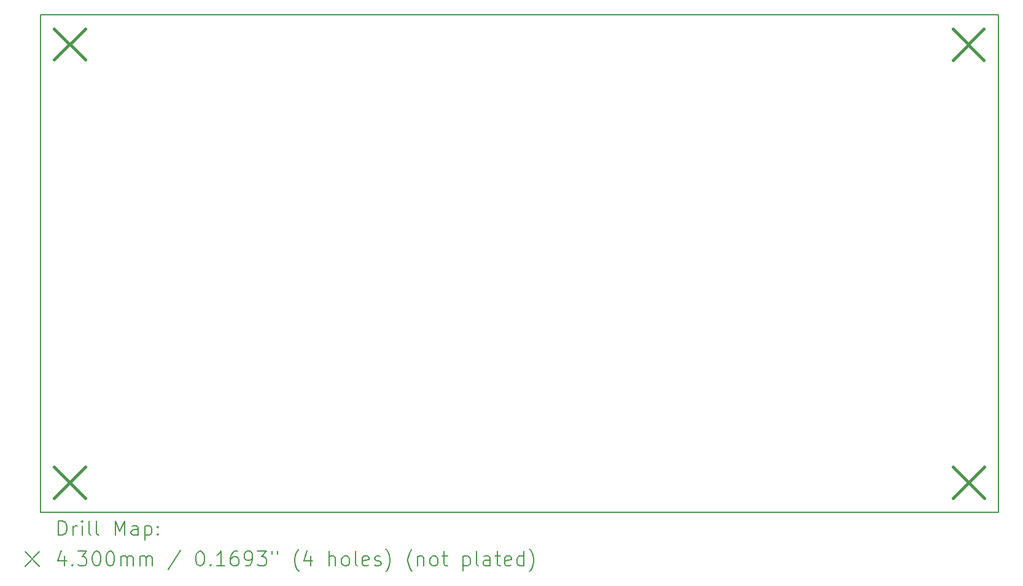
<source format=gbr>
%TF.GenerationSoftware,KiCad,Pcbnew,7.0.8*%
%TF.CreationDate,2023-10-28T10:27:09+02:00*%
%TF.ProjectId,Noise Toaster PCB,4e6f6973-6520-4546-9f61-737465722050,0.6*%
%TF.SameCoordinates,PX47c8b58PY892ee58*%
%TF.FileFunction,Drillmap*%
%TF.FilePolarity,Positive*%
%FSLAX45Y45*%
G04 Gerber Fmt 4.5, Leading zero omitted, Abs format (unit mm)*
G04 Created by KiCad (PCBNEW 7.0.8) date 2023-10-28 10:27:09*
%MOMM*%
%LPD*%
G01*
G04 APERTURE LIST*
%ADD10C,0.200000*%
%ADD11C,0.430000*%
G04 APERTURE END LIST*
D10*
X0Y6858000D02*
X13208000Y6858000D01*
X13208000Y0D01*
X0Y0D01*
X0Y6858000D01*
D11*
X193000Y6663000D02*
X623000Y6233000D01*
X623000Y6663000D02*
X193000Y6233000D01*
X193000Y623000D02*
X623000Y193000D01*
X623000Y623000D02*
X193000Y193000D01*
X12581000Y6659500D02*
X13011000Y6229500D01*
X13011000Y6659500D02*
X12581000Y6229500D01*
X12586080Y621920D02*
X13016080Y191920D01*
X13016080Y621920D02*
X12586080Y191920D01*
D10*
X250777Y-321484D02*
X250777Y-121484D01*
X250777Y-121484D02*
X298396Y-121484D01*
X298396Y-121484D02*
X326967Y-131008D01*
X326967Y-131008D02*
X346015Y-150055D01*
X346015Y-150055D02*
X355539Y-169103D01*
X355539Y-169103D02*
X365062Y-207198D01*
X365062Y-207198D02*
X365062Y-235769D01*
X365062Y-235769D02*
X355539Y-273865D01*
X355539Y-273865D02*
X346015Y-292912D01*
X346015Y-292912D02*
X326967Y-311960D01*
X326967Y-311960D02*
X298396Y-321484D01*
X298396Y-321484D02*
X250777Y-321484D01*
X450777Y-321484D02*
X450777Y-188150D01*
X450777Y-226246D02*
X460301Y-207198D01*
X460301Y-207198D02*
X469824Y-197674D01*
X469824Y-197674D02*
X488872Y-188150D01*
X488872Y-188150D02*
X507920Y-188150D01*
X574586Y-321484D02*
X574586Y-188150D01*
X574586Y-121484D02*
X565063Y-131008D01*
X565063Y-131008D02*
X574586Y-140531D01*
X574586Y-140531D02*
X584110Y-131008D01*
X584110Y-131008D02*
X574586Y-121484D01*
X574586Y-121484D02*
X574586Y-140531D01*
X698396Y-321484D02*
X679348Y-311960D01*
X679348Y-311960D02*
X669824Y-292912D01*
X669824Y-292912D02*
X669824Y-121484D01*
X803158Y-321484D02*
X784110Y-311960D01*
X784110Y-311960D02*
X774586Y-292912D01*
X774586Y-292912D02*
X774586Y-121484D01*
X1031729Y-321484D02*
X1031729Y-121484D01*
X1031729Y-121484D02*
X1098396Y-264341D01*
X1098396Y-264341D02*
X1165063Y-121484D01*
X1165063Y-121484D02*
X1165063Y-321484D01*
X1346015Y-321484D02*
X1346015Y-216722D01*
X1346015Y-216722D02*
X1336491Y-197674D01*
X1336491Y-197674D02*
X1317444Y-188150D01*
X1317444Y-188150D02*
X1279348Y-188150D01*
X1279348Y-188150D02*
X1260301Y-197674D01*
X1346015Y-311960D02*
X1326967Y-321484D01*
X1326967Y-321484D02*
X1279348Y-321484D01*
X1279348Y-321484D02*
X1260301Y-311960D01*
X1260301Y-311960D02*
X1250777Y-292912D01*
X1250777Y-292912D02*
X1250777Y-273865D01*
X1250777Y-273865D02*
X1260301Y-254817D01*
X1260301Y-254817D02*
X1279348Y-245293D01*
X1279348Y-245293D02*
X1326967Y-245293D01*
X1326967Y-245293D02*
X1346015Y-235769D01*
X1441253Y-188150D02*
X1441253Y-388150D01*
X1441253Y-197674D02*
X1460301Y-188150D01*
X1460301Y-188150D02*
X1498396Y-188150D01*
X1498396Y-188150D02*
X1517443Y-197674D01*
X1517443Y-197674D02*
X1526967Y-207198D01*
X1526967Y-207198D02*
X1536491Y-226246D01*
X1536491Y-226246D02*
X1536491Y-283389D01*
X1536491Y-283389D02*
X1526967Y-302436D01*
X1526967Y-302436D02*
X1517443Y-311960D01*
X1517443Y-311960D02*
X1498396Y-321484D01*
X1498396Y-321484D02*
X1460301Y-321484D01*
X1460301Y-321484D02*
X1441253Y-311960D01*
X1622205Y-302436D02*
X1631729Y-311960D01*
X1631729Y-311960D02*
X1622205Y-321484D01*
X1622205Y-321484D02*
X1612682Y-311960D01*
X1612682Y-311960D02*
X1622205Y-302436D01*
X1622205Y-302436D02*
X1622205Y-321484D01*
X1622205Y-197674D02*
X1631729Y-207198D01*
X1631729Y-207198D02*
X1622205Y-216722D01*
X1622205Y-216722D02*
X1612682Y-207198D01*
X1612682Y-207198D02*
X1622205Y-197674D01*
X1622205Y-197674D02*
X1622205Y-216722D01*
X-210000Y-550000D02*
X-10000Y-750000D01*
X-10000Y-550000D02*
X-210000Y-750000D01*
X336491Y-608150D02*
X336491Y-741484D01*
X288872Y-531960D02*
X241253Y-674817D01*
X241253Y-674817D02*
X365062Y-674817D01*
X441253Y-722436D02*
X450777Y-731960D01*
X450777Y-731960D02*
X441253Y-741484D01*
X441253Y-741484D02*
X431729Y-731960D01*
X431729Y-731960D02*
X441253Y-722436D01*
X441253Y-722436D02*
X441253Y-741484D01*
X517443Y-541484D02*
X641253Y-541484D01*
X641253Y-541484D02*
X574586Y-617674D01*
X574586Y-617674D02*
X603158Y-617674D01*
X603158Y-617674D02*
X622205Y-627198D01*
X622205Y-627198D02*
X631729Y-636722D01*
X631729Y-636722D02*
X641253Y-655770D01*
X641253Y-655770D02*
X641253Y-703388D01*
X641253Y-703388D02*
X631729Y-722436D01*
X631729Y-722436D02*
X622205Y-731960D01*
X622205Y-731960D02*
X603158Y-741484D01*
X603158Y-741484D02*
X546015Y-741484D01*
X546015Y-741484D02*
X526967Y-731960D01*
X526967Y-731960D02*
X517443Y-722436D01*
X765062Y-541484D02*
X784110Y-541484D01*
X784110Y-541484D02*
X803158Y-551008D01*
X803158Y-551008D02*
X812682Y-560531D01*
X812682Y-560531D02*
X822205Y-579579D01*
X822205Y-579579D02*
X831729Y-617674D01*
X831729Y-617674D02*
X831729Y-665293D01*
X831729Y-665293D02*
X822205Y-703388D01*
X822205Y-703388D02*
X812682Y-722436D01*
X812682Y-722436D02*
X803158Y-731960D01*
X803158Y-731960D02*
X784110Y-741484D01*
X784110Y-741484D02*
X765062Y-741484D01*
X765062Y-741484D02*
X746015Y-731960D01*
X746015Y-731960D02*
X736491Y-722436D01*
X736491Y-722436D02*
X726967Y-703388D01*
X726967Y-703388D02*
X717443Y-665293D01*
X717443Y-665293D02*
X717443Y-617674D01*
X717443Y-617674D02*
X726967Y-579579D01*
X726967Y-579579D02*
X736491Y-560531D01*
X736491Y-560531D02*
X746015Y-551008D01*
X746015Y-551008D02*
X765062Y-541484D01*
X955539Y-541484D02*
X974586Y-541484D01*
X974586Y-541484D02*
X993634Y-551008D01*
X993634Y-551008D02*
X1003158Y-560531D01*
X1003158Y-560531D02*
X1012682Y-579579D01*
X1012682Y-579579D02*
X1022205Y-617674D01*
X1022205Y-617674D02*
X1022205Y-665293D01*
X1022205Y-665293D02*
X1012682Y-703388D01*
X1012682Y-703388D02*
X1003158Y-722436D01*
X1003158Y-722436D02*
X993634Y-731960D01*
X993634Y-731960D02*
X974586Y-741484D01*
X974586Y-741484D02*
X955539Y-741484D01*
X955539Y-741484D02*
X936491Y-731960D01*
X936491Y-731960D02*
X926967Y-722436D01*
X926967Y-722436D02*
X917443Y-703388D01*
X917443Y-703388D02*
X907920Y-665293D01*
X907920Y-665293D02*
X907920Y-617674D01*
X907920Y-617674D02*
X917443Y-579579D01*
X917443Y-579579D02*
X926967Y-560531D01*
X926967Y-560531D02*
X936491Y-551008D01*
X936491Y-551008D02*
X955539Y-541484D01*
X1107920Y-741484D02*
X1107920Y-608150D01*
X1107920Y-627198D02*
X1117444Y-617674D01*
X1117444Y-617674D02*
X1136491Y-608150D01*
X1136491Y-608150D02*
X1165063Y-608150D01*
X1165063Y-608150D02*
X1184110Y-617674D01*
X1184110Y-617674D02*
X1193634Y-636722D01*
X1193634Y-636722D02*
X1193634Y-741484D01*
X1193634Y-636722D02*
X1203158Y-617674D01*
X1203158Y-617674D02*
X1222205Y-608150D01*
X1222205Y-608150D02*
X1250777Y-608150D01*
X1250777Y-608150D02*
X1269825Y-617674D01*
X1269825Y-617674D02*
X1279348Y-636722D01*
X1279348Y-636722D02*
X1279348Y-741484D01*
X1374586Y-741484D02*
X1374586Y-608150D01*
X1374586Y-627198D02*
X1384110Y-617674D01*
X1384110Y-617674D02*
X1403158Y-608150D01*
X1403158Y-608150D02*
X1431729Y-608150D01*
X1431729Y-608150D02*
X1450777Y-617674D01*
X1450777Y-617674D02*
X1460301Y-636722D01*
X1460301Y-636722D02*
X1460301Y-741484D01*
X1460301Y-636722D02*
X1469824Y-617674D01*
X1469824Y-617674D02*
X1488872Y-608150D01*
X1488872Y-608150D02*
X1517443Y-608150D01*
X1517443Y-608150D02*
X1536491Y-617674D01*
X1536491Y-617674D02*
X1546015Y-636722D01*
X1546015Y-636722D02*
X1546015Y-741484D01*
X1936491Y-531960D02*
X1765063Y-789103D01*
X2193634Y-541484D02*
X2212682Y-541484D01*
X2212682Y-541484D02*
X2231729Y-551008D01*
X2231729Y-551008D02*
X2241253Y-560531D01*
X2241253Y-560531D02*
X2250777Y-579579D01*
X2250777Y-579579D02*
X2260301Y-617674D01*
X2260301Y-617674D02*
X2260301Y-665293D01*
X2260301Y-665293D02*
X2250777Y-703388D01*
X2250777Y-703388D02*
X2241253Y-722436D01*
X2241253Y-722436D02*
X2231729Y-731960D01*
X2231729Y-731960D02*
X2212682Y-741484D01*
X2212682Y-741484D02*
X2193634Y-741484D01*
X2193634Y-741484D02*
X2174587Y-731960D01*
X2174587Y-731960D02*
X2165063Y-722436D01*
X2165063Y-722436D02*
X2155539Y-703388D01*
X2155539Y-703388D02*
X2146015Y-665293D01*
X2146015Y-665293D02*
X2146015Y-617674D01*
X2146015Y-617674D02*
X2155539Y-579579D01*
X2155539Y-579579D02*
X2165063Y-560531D01*
X2165063Y-560531D02*
X2174587Y-551008D01*
X2174587Y-551008D02*
X2193634Y-541484D01*
X2346015Y-722436D02*
X2355539Y-731960D01*
X2355539Y-731960D02*
X2346015Y-741484D01*
X2346015Y-741484D02*
X2336491Y-731960D01*
X2336491Y-731960D02*
X2346015Y-722436D01*
X2346015Y-722436D02*
X2346015Y-741484D01*
X2546015Y-741484D02*
X2431729Y-741484D01*
X2488872Y-741484D02*
X2488872Y-541484D01*
X2488872Y-541484D02*
X2469825Y-570055D01*
X2469825Y-570055D02*
X2450777Y-589103D01*
X2450777Y-589103D02*
X2431729Y-598627D01*
X2717444Y-541484D02*
X2679348Y-541484D01*
X2679348Y-541484D02*
X2660301Y-551008D01*
X2660301Y-551008D02*
X2650777Y-560531D01*
X2650777Y-560531D02*
X2631729Y-589103D01*
X2631729Y-589103D02*
X2622206Y-627198D01*
X2622206Y-627198D02*
X2622206Y-703388D01*
X2622206Y-703388D02*
X2631729Y-722436D01*
X2631729Y-722436D02*
X2641253Y-731960D01*
X2641253Y-731960D02*
X2660301Y-741484D01*
X2660301Y-741484D02*
X2698396Y-741484D01*
X2698396Y-741484D02*
X2717444Y-731960D01*
X2717444Y-731960D02*
X2726968Y-722436D01*
X2726968Y-722436D02*
X2736491Y-703388D01*
X2736491Y-703388D02*
X2736491Y-655770D01*
X2736491Y-655770D02*
X2726968Y-636722D01*
X2726968Y-636722D02*
X2717444Y-627198D01*
X2717444Y-627198D02*
X2698396Y-617674D01*
X2698396Y-617674D02*
X2660301Y-617674D01*
X2660301Y-617674D02*
X2641253Y-627198D01*
X2641253Y-627198D02*
X2631729Y-636722D01*
X2631729Y-636722D02*
X2622206Y-655770D01*
X2831729Y-741484D02*
X2869825Y-741484D01*
X2869825Y-741484D02*
X2888872Y-731960D01*
X2888872Y-731960D02*
X2898396Y-722436D01*
X2898396Y-722436D02*
X2917444Y-693865D01*
X2917444Y-693865D02*
X2926967Y-655770D01*
X2926967Y-655770D02*
X2926967Y-579579D01*
X2926967Y-579579D02*
X2917444Y-560531D01*
X2917444Y-560531D02*
X2907920Y-551008D01*
X2907920Y-551008D02*
X2888872Y-541484D01*
X2888872Y-541484D02*
X2850777Y-541484D01*
X2850777Y-541484D02*
X2831729Y-551008D01*
X2831729Y-551008D02*
X2822206Y-560531D01*
X2822206Y-560531D02*
X2812682Y-579579D01*
X2812682Y-579579D02*
X2812682Y-627198D01*
X2812682Y-627198D02*
X2822206Y-646246D01*
X2822206Y-646246D02*
X2831729Y-655770D01*
X2831729Y-655770D02*
X2850777Y-665293D01*
X2850777Y-665293D02*
X2888872Y-665293D01*
X2888872Y-665293D02*
X2907920Y-655770D01*
X2907920Y-655770D02*
X2917444Y-646246D01*
X2917444Y-646246D02*
X2926967Y-627198D01*
X2993634Y-541484D02*
X3117444Y-541484D01*
X3117444Y-541484D02*
X3050777Y-617674D01*
X3050777Y-617674D02*
X3079348Y-617674D01*
X3079348Y-617674D02*
X3098396Y-627198D01*
X3098396Y-627198D02*
X3107920Y-636722D01*
X3107920Y-636722D02*
X3117444Y-655770D01*
X3117444Y-655770D02*
X3117444Y-703388D01*
X3117444Y-703388D02*
X3107920Y-722436D01*
X3107920Y-722436D02*
X3098396Y-731960D01*
X3098396Y-731960D02*
X3079348Y-741484D01*
X3079348Y-741484D02*
X3022206Y-741484D01*
X3022206Y-741484D02*
X3003158Y-731960D01*
X3003158Y-731960D02*
X2993634Y-722436D01*
X3193634Y-541484D02*
X3193634Y-579579D01*
X3269825Y-541484D02*
X3269825Y-579579D01*
X3565063Y-817674D02*
X3555539Y-808150D01*
X3555539Y-808150D02*
X3536491Y-779579D01*
X3536491Y-779579D02*
X3526968Y-760531D01*
X3526968Y-760531D02*
X3517444Y-731960D01*
X3517444Y-731960D02*
X3507920Y-684341D01*
X3507920Y-684341D02*
X3507920Y-646246D01*
X3507920Y-646246D02*
X3517444Y-598627D01*
X3517444Y-598627D02*
X3526968Y-570055D01*
X3526968Y-570055D02*
X3536491Y-551008D01*
X3536491Y-551008D02*
X3555539Y-522436D01*
X3555539Y-522436D02*
X3565063Y-512912D01*
X3726968Y-608150D02*
X3726968Y-741484D01*
X3679348Y-531960D02*
X3631729Y-674817D01*
X3631729Y-674817D02*
X3755539Y-674817D01*
X3984110Y-741484D02*
X3984110Y-541484D01*
X4069825Y-741484D02*
X4069825Y-636722D01*
X4069825Y-636722D02*
X4060301Y-617674D01*
X4060301Y-617674D02*
X4041253Y-608150D01*
X4041253Y-608150D02*
X4012682Y-608150D01*
X4012682Y-608150D02*
X3993634Y-617674D01*
X3993634Y-617674D02*
X3984110Y-627198D01*
X4193634Y-741484D02*
X4174587Y-731960D01*
X4174587Y-731960D02*
X4165063Y-722436D01*
X4165063Y-722436D02*
X4155539Y-703388D01*
X4155539Y-703388D02*
X4155539Y-646246D01*
X4155539Y-646246D02*
X4165063Y-627198D01*
X4165063Y-627198D02*
X4174587Y-617674D01*
X4174587Y-617674D02*
X4193634Y-608150D01*
X4193634Y-608150D02*
X4222206Y-608150D01*
X4222206Y-608150D02*
X4241253Y-617674D01*
X4241253Y-617674D02*
X4250777Y-627198D01*
X4250777Y-627198D02*
X4260301Y-646246D01*
X4260301Y-646246D02*
X4260301Y-703388D01*
X4260301Y-703388D02*
X4250777Y-722436D01*
X4250777Y-722436D02*
X4241253Y-731960D01*
X4241253Y-731960D02*
X4222206Y-741484D01*
X4222206Y-741484D02*
X4193634Y-741484D01*
X4374587Y-741484D02*
X4355539Y-731960D01*
X4355539Y-731960D02*
X4346015Y-712912D01*
X4346015Y-712912D02*
X4346015Y-541484D01*
X4526968Y-731960D02*
X4507920Y-741484D01*
X4507920Y-741484D02*
X4469825Y-741484D01*
X4469825Y-741484D02*
X4450777Y-731960D01*
X4450777Y-731960D02*
X4441253Y-712912D01*
X4441253Y-712912D02*
X4441253Y-636722D01*
X4441253Y-636722D02*
X4450777Y-617674D01*
X4450777Y-617674D02*
X4469825Y-608150D01*
X4469825Y-608150D02*
X4507920Y-608150D01*
X4507920Y-608150D02*
X4526968Y-617674D01*
X4526968Y-617674D02*
X4536492Y-636722D01*
X4536492Y-636722D02*
X4536492Y-655770D01*
X4536492Y-655770D02*
X4441253Y-674817D01*
X4612682Y-731960D02*
X4631730Y-741484D01*
X4631730Y-741484D02*
X4669825Y-741484D01*
X4669825Y-741484D02*
X4688873Y-731960D01*
X4688873Y-731960D02*
X4698396Y-712912D01*
X4698396Y-712912D02*
X4698396Y-703388D01*
X4698396Y-703388D02*
X4688873Y-684341D01*
X4688873Y-684341D02*
X4669825Y-674817D01*
X4669825Y-674817D02*
X4641253Y-674817D01*
X4641253Y-674817D02*
X4622206Y-665293D01*
X4622206Y-665293D02*
X4612682Y-646246D01*
X4612682Y-646246D02*
X4612682Y-636722D01*
X4612682Y-636722D02*
X4622206Y-617674D01*
X4622206Y-617674D02*
X4641253Y-608150D01*
X4641253Y-608150D02*
X4669825Y-608150D01*
X4669825Y-608150D02*
X4688873Y-617674D01*
X4765063Y-817674D02*
X4774587Y-808150D01*
X4774587Y-808150D02*
X4793634Y-779579D01*
X4793634Y-779579D02*
X4803158Y-760531D01*
X4803158Y-760531D02*
X4812682Y-731960D01*
X4812682Y-731960D02*
X4822206Y-684341D01*
X4822206Y-684341D02*
X4822206Y-646246D01*
X4822206Y-646246D02*
X4812682Y-598627D01*
X4812682Y-598627D02*
X4803158Y-570055D01*
X4803158Y-570055D02*
X4793634Y-551008D01*
X4793634Y-551008D02*
X4774587Y-522436D01*
X4774587Y-522436D02*
X4765063Y-512912D01*
X5126968Y-817674D02*
X5117444Y-808150D01*
X5117444Y-808150D02*
X5098396Y-779579D01*
X5098396Y-779579D02*
X5088873Y-760531D01*
X5088873Y-760531D02*
X5079349Y-731960D01*
X5079349Y-731960D02*
X5069825Y-684341D01*
X5069825Y-684341D02*
X5069825Y-646246D01*
X5069825Y-646246D02*
X5079349Y-598627D01*
X5079349Y-598627D02*
X5088873Y-570055D01*
X5088873Y-570055D02*
X5098396Y-551008D01*
X5098396Y-551008D02*
X5117444Y-522436D01*
X5117444Y-522436D02*
X5126968Y-512912D01*
X5203158Y-608150D02*
X5203158Y-741484D01*
X5203158Y-627198D02*
X5212682Y-617674D01*
X5212682Y-617674D02*
X5231730Y-608150D01*
X5231730Y-608150D02*
X5260301Y-608150D01*
X5260301Y-608150D02*
X5279349Y-617674D01*
X5279349Y-617674D02*
X5288873Y-636722D01*
X5288873Y-636722D02*
X5288873Y-741484D01*
X5412682Y-741484D02*
X5393634Y-731960D01*
X5393634Y-731960D02*
X5384111Y-722436D01*
X5384111Y-722436D02*
X5374587Y-703388D01*
X5374587Y-703388D02*
X5374587Y-646246D01*
X5374587Y-646246D02*
X5384111Y-627198D01*
X5384111Y-627198D02*
X5393634Y-617674D01*
X5393634Y-617674D02*
X5412682Y-608150D01*
X5412682Y-608150D02*
X5441254Y-608150D01*
X5441254Y-608150D02*
X5460301Y-617674D01*
X5460301Y-617674D02*
X5469825Y-627198D01*
X5469825Y-627198D02*
X5479349Y-646246D01*
X5479349Y-646246D02*
X5479349Y-703388D01*
X5479349Y-703388D02*
X5469825Y-722436D01*
X5469825Y-722436D02*
X5460301Y-731960D01*
X5460301Y-731960D02*
X5441254Y-741484D01*
X5441254Y-741484D02*
X5412682Y-741484D01*
X5536492Y-608150D02*
X5612682Y-608150D01*
X5565063Y-541484D02*
X5565063Y-712912D01*
X5565063Y-712912D02*
X5574587Y-731960D01*
X5574587Y-731960D02*
X5593634Y-741484D01*
X5593634Y-741484D02*
X5612682Y-741484D01*
X5831730Y-608150D02*
X5831730Y-808150D01*
X5831730Y-617674D02*
X5850777Y-608150D01*
X5850777Y-608150D02*
X5888873Y-608150D01*
X5888873Y-608150D02*
X5907920Y-617674D01*
X5907920Y-617674D02*
X5917444Y-627198D01*
X5917444Y-627198D02*
X5926968Y-646246D01*
X5926968Y-646246D02*
X5926968Y-703388D01*
X5926968Y-703388D02*
X5917444Y-722436D01*
X5917444Y-722436D02*
X5907920Y-731960D01*
X5907920Y-731960D02*
X5888873Y-741484D01*
X5888873Y-741484D02*
X5850777Y-741484D01*
X5850777Y-741484D02*
X5831730Y-731960D01*
X6041253Y-741484D02*
X6022206Y-731960D01*
X6022206Y-731960D02*
X6012682Y-712912D01*
X6012682Y-712912D02*
X6012682Y-541484D01*
X6203158Y-741484D02*
X6203158Y-636722D01*
X6203158Y-636722D02*
X6193634Y-617674D01*
X6193634Y-617674D02*
X6174587Y-608150D01*
X6174587Y-608150D02*
X6136492Y-608150D01*
X6136492Y-608150D02*
X6117444Y-617674D01*
X6203158Y-731960D02*
X6184111Y-741484D01*
X6184111Y-741484D02*
X6136492Y-741484D01*
X6136492Y-741484D02*
X6117444Y-731960D01*
X6117444Y-731960D02*
X6107920Y-712912D01*
X6107920Y-712912D02*
X6107920Y-693865D01*
X6107920Y-693865D02*
X6117444Y-674817D01*
X6117444Y-674817D02*
X6136492Y-665293D01*
X6136492Y-665293D02*
X6184111Y-665293D01*
X6184111Y-665293D02*
X6203158Y-655770D01*
X6269825Y-608150D02*
X6346015Y-608150D01*
X6298396Y-541484D02*
X6298396Y-712912D01*
X6298396Y-712912D02*
X6307920Y-731960D01*
X6307920Y-731960D02*
X6326968Y-741484D01*
X6326968Y-741484D02*
X6346015Y-741484D01*
X6488873Y-731960D02*
X6469825Y-741484D01*
X6469825Y-741484D02*
X6431730Y-741484D01*
X6431730Y-741484D02*
X6412682Y-731960D01*
X6412682Y-731960D02*
X6403158Y-712912D01*
X6403158Y-712912D02*
X6403158Y-636722D01*
X6403158Y-636722D02*
X6412682Y-617674D01*
X6412682Y-617674D02*
X6431730Y-608150D01*
X6431730Y-608150D02*
X6469825Y-608150D01*
X6469825Y-608150D02*
X6488873Y-617674D01*
X6488873Y-617674D02*
X6498396Y-636722D01*
X6498396Y-636722D02*
X6498396Y-655770D01*
X6498396Y-655770D02*
X6403158Y-674817D01*
X6669825Y-741484D02*
X6669825Y-541484D01*
X6669825Y-731960D02*
X6650777Y-741484D01*
X6650777Y-741484D02*
X6612682Y-741484D01*
X6612682Y-741484D02*
X6593634Y-731960D01*
X6593634Y-731960D02*
X6584111Y-722436D01*
X6584111Y-722436D02*
X6574587Y-703388D01*
X6574587Y-703388D02*
X6574587Y-646246D01*
X6574587Y-646246D02*
X6584111Y-627198D01*
X6584111Y-627198D02*
X6593634Y-617674D01*
X6593634Y-617674D02*
X6612682Y-608150D01*
X6612682Y-608150D02*
X6650777Y-608150D01*
X6650777Y-608150D02*
X6669825Y-617674D01*
X6746015Y-817674D02*
X6755539Y-808150D01*
X6755539Y-808150D02*
X6774587Y-779579D01*
X6774587Y-779579D02*
X6784111Y-760531D01*
X6784111Y-760531D02*
X6793634Y-731960D01*
X6793634Y-731960D02*
X6803158Y-684341D01*
X6803158Y-684341D02*
X6803158Y-646246D01*
X6803158Y-646246D02*
X6793634Y-598627D01*
X6793634Y-598627D02*
X6784111Y-570055D01*
X6784111Y-570055D02*
X6774587Y-551008D01*
X6774587Y-551008D02*
X6755539Y-522436D01*
X6755539Y-522436D02*
X6746015Y-512912D01*
M02*

</source>
